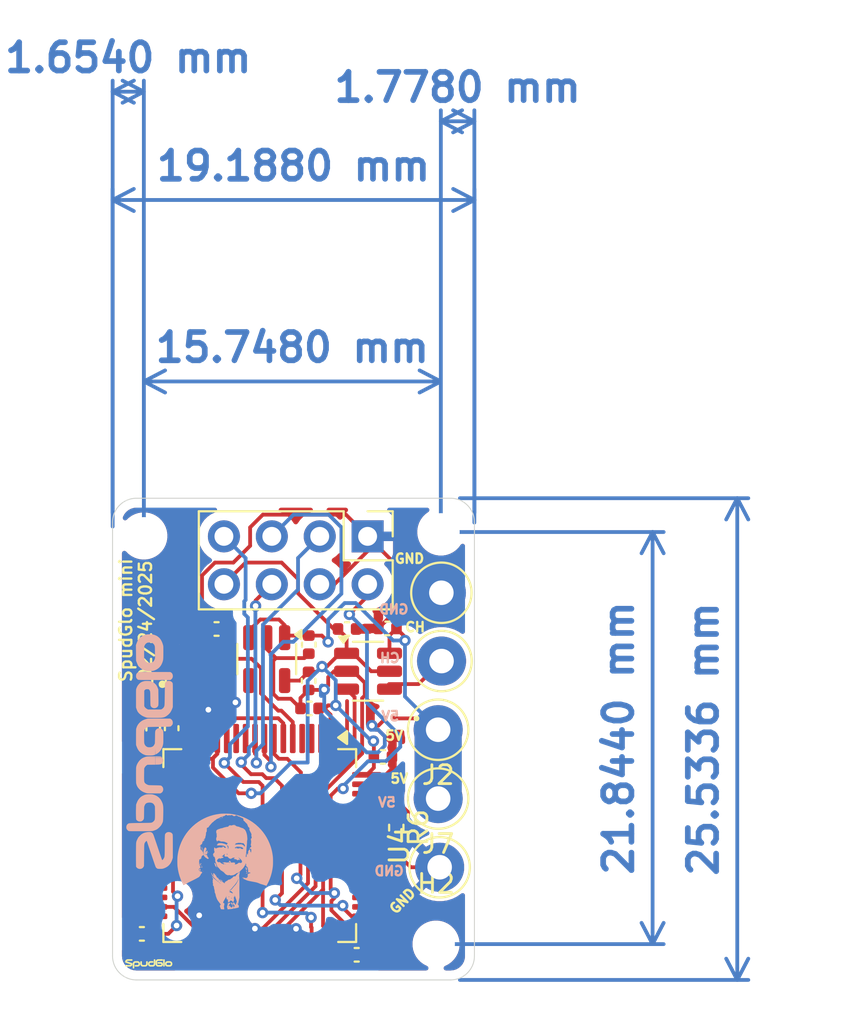
<source format=kicad_pcb>
(kicad_pcb (version 20240108) (generator "pcbnew") (generator_version "8.0")
  (layers (0 "F.Cu" signal) (31 "B.Cu" signal) (34 "B.Paste" user) (35 "F.Paste" user) (36 "B.SilkS" user "B.Silkscreen") (37 "F.SilkS" user "F.Silkscreen") (38 "B.Mask" user) (39 "F.Mask" user) (44 "Edge.Cuts" user))
  (net 0 "")
  (net 1 "GND")
  (net 2 "/OSC48_LO")
  (net 3 "/OSC48_HI")
  (net 5 "+3V3")
  (net 6 "NRST")
  (net 7 "/BOOT0")
  (net 8 "/SWCLK")
  (net 9 "/SWDIO")
  (net 11 "XR_TX")
  (net 13 "+5V")
  (net 15 "TIM1_CH1_SHIFT")
  (net 16 "TIM1_CH1")
  (net 54 "XR_RX")
  (footprint "Capacitor_SMD:C_0402_1005Metric" (layer "F.Cu") (at 204.7 63.99)
    (property "Reference" "C15" (hide yes))
    (property "Value" "0.1u")
  )
  (footprint "Capacitor_SMD:C_0402_1005Metric" (layer "F.Cu") (at 195.88 57.21 180)
    (property "Reference" "C23" (hide yes))
    (property "Value" "6p")
  )
  (footprint "Connector_Pin:Pin_D1.3mm_L11.0mm" (layer "F.Cu") (at 207.63 62.55)
    (property "Reference" "J2")
    (property "Value" "Conn_01x01_Male" (hide yes))
  )
  (footprint "Capacitor_SMD:C_0402_1005Metric" (layer "F.Cu") (at 191.92 73.37 180)
    (property "Reference" "C14" (hide yes))
    (property "Value" "0.1u")
  )
  (footprint "Capacitor_SMD:C_0402_1005Metric" (layer "F.Cu") (at 203.31 74.48 180)
    (property "Reference" "C11" (hide yes))
    (property "Value" "0.1u")
  )
  (footprint "Capacitor_SMD:C_0402_1005Metric" (layer "F.Cu") (at 193.5 62.47 90)
    (property "Reference" "C16" (hide yes))
    (property "Value" "0.1u")
  )
  (footprint "Capacitor_SMD:C_0402_1005Metric" (layer "F.Cu") (at 192.52 62.48 90)
    (property "Reference" "C17" (hide yes))
    (property "Value" "4.7u")
  )
  (footprint "Connector_Pin:Pin_D1.3mm_L11.0mm" (layer "F.Cu") (at 207.71 69.84)
    (property "Reference" "J1" (hide yes))
    (property "Value" "Conn_01x01_Male" (hide yes))
  )
  (footprint "Capacitor_SMD:C_0402_1005Metric" (layer "F.Cu") (at 200.81 61.42 180)
    (property "Reference" "C12" (hide yes))
    (property "Value" "0.1u")
  )
  (footprint "Package_QFP:LQFP-64_10x10mm_P0.5mm" (layer "F.Cu") (at 198.17 68.69 -90)
    (property "Reference" "U4")
    (property "Value" "STM32L431RCTx")
  )
  (footprint "Connector_Pin:Pin_D1.3mm_L11.0mm" (layer "F.Cu") (at 207.81 58.91)
    (property "Reference" "J4" (hide yes))
    (property "Value" "Conn_01x01_Male" (hide yes))
  )
  (footprint "Capacitor_SMD:C_0402_1005Metric" (layer "F.Cu") (at 191.95 64.02 180)
    (property "Reference" "C13" (hide yes))
    (property "Value" "0.1u")
  )
  (footprint "Capacitor_SMD:C_0402_1005Metric" (layer "F.Cu") (at 200.76 59.96 -90)
    (property "Reference" "C10" (hide yes))
    (property "Value" "1u")
  )
  (footprint "Connector_Pin:Pin_D1.3mm_L11.0mm" (layer "F.Cu") (at 207.63 66.2)
    (property "Reference" "J7")
    (property "Value" "Conn_01x01_Male" (hide yes))
  )
  (footprint "MountingHole:MountingHole_2mm" (layer "F.Cu") (at 207.772 52.07)
    (property "Reference" "H1" (hide yes))
    (property "Value" "MountingHole" (hide yes))
  )
  (footprint "Capacitor_SMD:C_0402_1005Metric" (layer "F.Cu") (at 202.8 57.21)
    (property "Reference" "C24" (hide yes))
    (property "Value" "0.1u")
  )
  (footprint "Connector_Pin:Pin_D1.3mm_L11.0mm" (layer "F.Cu") (at 207.8 55.29)
    (property "Reference" "J5" (hide yes))
    (property "Value" "Conn_01x01_Male" (hide yes))
  )
  (footprint "srw_custom:PESD5V0C1BSFYL_NEX" (layer "F.Cu") (at 205.0468 61.95 180)
    (property "Reference" "CR2" (hide yes))
    (property "Value" "PESD5V0C1BSFYL" (hide yes))
  )
  (footprint "MountingHole:MountingHole_2mm" (layer "F.Cu") (at 192.024 52.28)
    (property "Reference" "H3" (hide yes))
    (property "Value" "MountingHole")
  )
  (footprint "Capacitor_SMD:C_0402_1005Metric" (layer "F.Cu") (at 200.77 58.04 -90)
    (property "Reference" "C9" (hide yes))
    (property "Value" "1u")
  )
  (footprint "Connector_PinHeader_2.54mm:PinHeader_2x04_P2.54mm_Vertical" (layer "F.Cu") (at 203.89 52.3 -90)
    (property "Reference" "J3" (hide yes))
    (property "Value" "Conn_01x08_Male" (hide yes))
  )
  (footprint "srw_custom:XTAL_ECS-480-8-36-RWN-TR" (layer "F.Cu") (at 195.06 59.44)
    (property "Reference" "U5" (hide yes))
    (property "Value" "ECS-480-8-36-RWN-TR")
  )
  (footprint "Resistor_SMD:R_0402_1005Metric" (layer "F.Cu") (at 205.41 67.74 -90)
    (property "Reference" "R6")
    (property "Value" "10k")
  )
  (footprint "Package_TO_SOT_SMD:SOT-23-5" (layer "F.Cu") (at 198.540001 58.8075 -90)
    (property "Reference" "U3" (hide yes))
    (property "Value" "LP5907MFX-3.3")
  )
  (footprint "Capacitor_SMD:C_0402_1005Metric" (layer "F.Cu") (at 204.94 57.18 180)
    (property "Reference" "C25" (hide yes))
    (property "Value" "0.1u")
  )
  (footprint "Capacitor_SMD:C_0402_1005Metric" (layer "F.Cu") (at 192.83 59.92 90)
    (property "Reference" "C20" (hide yes))
    (property "Value" "6p")
  )
  (footprint "Package_TO_SOT_SMD:SOT-23-6" (layer "F.Cu") (at 203.9125 59.45)
    (property "Reference" "U7" (hide yes))
    (property "Value" "SN74LVC1T45DBV")
  )
  (footprint "LOGO" (layer "F.Cu") (at 192.278 74.93)
    (property "Reference" "G***" (hide yes))
    (property "Value" "LOGO" (hide yes))
  )
  (footprint "MountingHole:MountingHole_2mm" (layer "F.Cu") (at 207.518 73.914)
    (property "Reference" "H2")
    (property "Value" "MountingHole" (hide yes))
  )
  (footprint "LOGO" (layer "B.Cu") (at 192.49 63.78 90)
    (property "Reference" "G***" (hide yes))
    (property "Value" "LOGO" (hide yes))
  )
  (footprint "LOGO" (layer "B.Cu") (at 196.34 69.53 180)
    (property "Reference" "G***" (hide yes))
    (property "Value" "LOGO" (hide yes))
  )
  (gr_line (start 208.279242 50.278515) (end 191.629242 50.278515) (stroke (width 0.05)) (layer "Edge.Cuts"))
  (gr_arc (start 208.28359 50.278541) (mid 209.179379 50.64825) (end 209.553616 51.542157) (stroke (width 0.05)) (layer "Edge.Cuts"))
  (gr_arc (start 190.365626 51.548541) (mid 190.735335 50.652752) (end 191.629242 50.278515) (stroke (width 0.05)) (layer "Edge.Cuts"))
  (gr_arc (start 209.553616 74.542157) (mid 209.184833 75.438858) (end 208.29 75.812157) (stroke (width 0.05)) (layer "Edge.Cuts"))
  (gr_line (start 191.635626 75.812157) (end 208.29 75.812157) (stroke (width 0.05)) (layer "Edge.Cuts"))
  (gr_line (start 190.365626 74.548541) (end 190.365626 51.548541) (stroke (width 0.05)) (layer "Edge.Cuts"))
  (gr_arc (start 191.635626 75.812157) (mid 190.738923 75.443375) (end 190.365626 74.548541) (stroke (width 0.05)) (layer "Edge.Cuts"))
  (gr_line (start 209.553616 74.542157) (end 209.553616 51.542157) (stroke (width 0.05)) (layer "Edge.Cuts"))
  (gr_text "GND" (at 205.28 56.17 0) (layer "B.SilkS") (effects (font (size 0.5 0.5) (thickness 0.125)) (justify mirror)))
  (gr_text "5V" (at 205.09 61.83 0) (layer "B.SilkS") (effects (font (size 0.5 0.5) (thickness 0.125)) (justify mirror)))
  (gr_text "CH" (at 205.07 58.75 0) (layer "B.SilkS") (effects (font (size 0.5 0.5) (thickness 0.125)) (justify mirror)))
  (gr_text "GND" (at 205.03 70.04 0) (layer "B.SilkS") (effects (font (size 0.5 0.5) (thickness 0.125)) (justify mirror)))
  (gr_text "5V" (at 204.91 66.4 0) (layer "B.SilkS") (effects (font (size 0.5 0.5) (thickness 0.125)) (justify mirror)))
  (gr_text "5V" (at 205.3 62.86 0) (layer "F.SilkS") (effects (font (size 0.5 0.5) (thickness 0.125))))
  (gr_text "CH" (at 206.41 57.11 0) (layer "F.SilkS") (effects (font (size 0.5 0.5) (thickness 0.125))))
  (gr_text "GND" (at 206.11 53.48 0) (layer "F.SilkS") (effects (font (size 0.5 0.5) (thickness 0.125))))
  (gr_text "5V" (at 205.57 65.14 0) (layer "F.SilkS") (effects (font (size 0.5 0.5) (thickness 0.125))))
  (gr_text "GND" (at 205.74 71.628 45) (layer "F.SilkS") (effects (font (size 0.5 0.5) (thickness 0.125))))
  (gr_text "SpudGlo mini\n02/24/2025" (at 191.59 56.75 90) (layer "F.SilkS") (effects (font (size 0.65 0.65) (thickness 0.125))))
  (dimension (type aligned) (layer "B.Cu") (pts (xy 207.772 52.07) (xy 209.55 52.07)) (height -21.77) (gr_text "1.7780 mm" (at 208.661 28.5 0) (layer "B.Cu") (effects (font (size 1.5 1.5) (thickness 0.3)))) (format (prefix "") (suffix "") (units 3) (units_format 1) (precision 4)) (style (thickness 0.2) (arrow_length 1.27) (text_position_mode 0) (extension_height 0.58642) (extension_offset 0.5) keep_text_aligned))
  (dimension (type aligned) (layer "B.Cu") (pts (xy 192.024 52.28) (xy 207.772 52.28)) (height -8.19) (gr_text "15.7480 mm" (at 199.898 42.29 0) (layer "B.Cu") (effects (font (size 1.5 1.5) (thickness 0.3)))) (format (prefix "") (suffix "") (units 3) (units_format 1) (precision 4)) (style (thickness 0.2) (arrow_length 1.27) (text_position_mode 0) (extension_height 0.58642) (extension_offset 0.5) keep_text_aligned))
  (dimension (type aligned) (layer "B.Cu") (pts (xy 192.024 52.28) (xy 190.37 52.28)) (height 23.55) (gr_text "1.6540 mm" (at 191.197 26.93 0) (layer "B.Cu") (effects (font (size 1.5 1.5) (thickness 0.3)))) (format (prefix "") (suffix "") (units 3) (units_format 1) (precision 4)) (style (thickness 0.2) (arrow_length 1.27) (text_position_mode 0) (extension_height 0.58642) (extension_offset 0.5) keep_text_aligned))
  (dimension (type aligned) (layer "B.Cu") (pts (xy 208.28359 50.278541) (xy 208.28359 75.812157)) (height -15.20641) (gr_text "25.5336 mm" (at 221.69 63.045349 90) (layer "B.Cu") (effects (font (size 1.5 1.5) (thickness 0.3)))) (format (prefix "") (suffix "") (units 3) (units_format 1) (precision 4)) (style (thickness 0.2) (arrow_length 1.27) (text_position_mode 0) (extension_height 0.58642) (extension_offset 0.5) keep_text_aligned))
  (dimension (type aligned) (layer "B.Cu") (pts (xy 190.365626 51.548541) (xy 209.553616 51.548541)) (height -17.078541) (gr_text "19.1880 mm" (at 199.959621 32.67 0) (layer "B.Cu") (effects (font (size 1.5 1.5) (thickness 0.3)))) (format (prefix "") (suffix "") (units 3) (units_format 1) (precision 4)) (style (thickness 0.2) (arrow_length 1.27) (text_position_mode 0) (extension_height 0.58642) (extension_offset 0.5) keep_text_aligned))
  (dimension (type aligned) (layer "B.Cu") (pts (xy 207.772 52.07) (xy 207.772 73.914)) (height -11.228) (gr_text "21.8440 mm" (at 217.2 62.992 90) (layer "B.Cu") (effects (font (size 1.5 1.5) (thickness 0.3)))) (format (prefix "") (suffix "") (units 3) (units_format 1) (precision 4)) (style (thickness 0.2) (arrow_length 1.27) (text_position_mode 0) (extension_height 0.58642) (extension_offset 0.5) keep_text_aligned))
  (segment (start 205.41 69.07) (end 206.18 69.84) (width 0.2) (layer "F.Cu") (net 1))
  (segment (start 206.03 66.911076) (end 205.778924 66.66) (width 0.2) (layer "F.Cu") (net 1))
  (segment (start 200.095937 73.098829) (end 199.444447 73.098829) (width 0.2) (layer "F.Cu") (net 1))
  (segment (start 192.22 60.05) (end 192.83 59.44) (width 0.2) (layer "F.Cu") (net 1))
  (segment (start 198.321903 73.090001) (end 199.860952 71.550952) (width 0.2) (layer "F.Cu") (net 1))
  (segment (start 197.912538 73.090001) (end 195.59 73.090001) (width 0.2) (layer "F.Cu") (net 1))
  (segment (start 196.12241 61.91) (end 193.58 61.91) (width 0.2) (layer "F.Cu") (net 1))
  (segment (start 191.42 73.35) (end 191.42 72.207589) (width 0.2) (layer "F.Cu") (net 1))
  (segment (start 197.912538 73.090001) (end 198.321903 73.090001) (width 0.2) (layer "F.Cu") (net 1))
  (segment (start 206.03 67.63) (end 206.03 66.911076) (width 0.2) (layer "F.Cu") (net 1))
  (segment (start 201.57 60.44) (end 201.59 60.42) (width 0.2) (layer "F.Cu") (net 1))
  (segment (start 204.115581 62.327737) (end 204.337844 62.55) (width 0.2) (layer "F.Cu") (net 1))
  (segment (start 191.921525 62) (end 192.52 62) (width 0.2) (layer "F.Cu") (net 1))
  (segment (start 195.4 57.6) (end 195.4 57.21) (width 0.2) (layer "F.Cu") (net 1))
  (segment (start 195.59 73.090001) (end 195.59 73.02) (width 0.2) (layer "F.Cu") (net 1))
  (segment (start 204.465863 62.327737) (end 204.8436 61.95) (width 0.2) (layer "F.Cu") (net 1))
  (segment (start 196.42 62.20759) (end 196.176205 61.963795) (width 0.2) (layer "F.Cu") (net 1))
  (segment (start 204.92 66.04) (end 204.92 65.70759) (width 0.2) (layer "F.Cu") (net 1))
  (segment (start 199.860952 71.550952) (end 200.660952 70.750952) (width 0.2) (layer "F.Cu") (net 1))
  (segment (start 196.42 63.015) (end 196.42 62.20759) (width 0.2) (layer "F.Cu") (net 1))
  (segment (start 194.21 58.79) (end 195.4 57.6) (width 0.2) (layer "F.Cu") (net 1))
  (segment (start 193.62 71.94) (end 192.495 71.94) (width 0.2) (layer "F.Cu") (net 1))
  (segment (start 202.775 59.45) (end 202.112501 59.45) (width 0.2) (layer "F.Cu") (net 1))
  (segment (start 206.35 55.29) (end 207.8 55.29) (width 0.2) (layer "F.Cu") (net 1))
  (segment (start 200.73 65.55) (end 200.73 65.548628) (width 0.2) (layer "F.Cu") (net 1))
  (segment (start 204.92 65.172411) (end 204.92 64.87) (width 0.2) (layer "F.Cu") (net 1))
  (segment (start 202.062409 73.2) (end 201.777589 73.2) (width 0.2) (layer "F.Cu") (net 1))
  (segment (start 199.026218 58.753733) (end 198.540001 58.267516) (width 0.2) (layer "F.Cu") (net 1))
  (segment (start 196.176205 61.963795) (end 196.12241 61.91) (width 0.2) (layer "F.Cu") (net 1))
  (segment (start 195.445001 61.49) (end 195.70241 61.49) (width 0.2) (layer "F.Cu") (net 1))
  (segment (start 198.89 60.648052) (end 198.89 58.889951) (width 0.2) (layer "F.Cu") (net 1))
  (segment (start 191.28 64.21) (end 191.47 64.02) (width 0.2) (layer "F.Cu") (net 1))
  (segment (start 191.230717 63.372101) (end 191.230717 62.690808) (width 0.2) (layer "F.Cu") (net 1))
  (segment (start 203.89 53.08) (end 202.13 54.84) (width 0.2) (layer "F.Cu") (net 1))
  (segment (start 201.8 60.21) (end 201.59 60.42) (width 0.2) (layer "F.Cu") (net 1))
  (segment (start 195.793654 53.69) (end 195.11 54.373654) (width 0.2) (layer "F.Cu") (net 1))
  (segment (start 203.599315 60.878737) (end 203.7375 60.740552) (width 0.2) (layer "F.Cu") (net 1))
  (segment (start 205.54 66.66) (end 204.92 66.04) (width 0.2) (layer "F.Cu") (net 1))
  (segment (start 203.7375 60.059448) (end 203.128052 59.45) (width 0.2) (layer "F.Cu") (net 1))
  (segment (start 202.51 63.758629) (end 202.799315 63.469314) (width 0.2) (layer "F.Cu") (net 1))
  (segment (start 200.76 60.44) (end 201.57 60.44) (width 0.2) (layer "F.Cu") (net 1))
  (segment (start 192.52 62) (end 192.22 61.7) (width 0.2) (layer "F.Cu") (net 1))
  (segment (start 203.599315 63.810685) (end 203.599315 60.878737) (width 0.2) (layer "F.Cu") (net 1))
  (segment (start 202.799315 63.469314) (end 202.799315 63.1) (width 0.2) (layer "F.Cu") (net 1))
  (segment (start 198.333655 51.15) (end 197.660001 51.823654) (width 0.2) (layer "F.Cu") (net 1))
  (segment (start 191.47 63.611384) (end 191.230717 63.372101) (width 0.2) (layer "F.Cu") (net 1))
  (segment (start 199.8175 60.9075) (end 199.149448 60.9075) (width 0.2) (layer "F.Cu") (net 1))
  (segment (start 201.8 60.19) (end 201.8 60.21) (width 0.2) (layer "F.Cu") (net 1))
  (segment (start 205.778924 66.66) (end 205.54 66.66) (width 0.2) (layer "F.Cu") (net 1))
  (segment (start 195.11 56.92) (end 195.4 57.21) (width 0.2) (layer "F.Cu") (net 1))
  (segment (start 192.495 65.44) (end 191.687589 65.44) (width 0.2) (layer "F.Cu") (net 1))
  (segment (start 195.59 73.02) (end 194.96 72.39) (width 0.2) (layer "F.Cu") (net 1))
  (segment (start 200.536267 58.753733) (end 200.77 58.52) (width 0.2) (layer "F.Cu") (net 1))
  (segment (start 205.18 64.61) (end 205.18 63.99) (width 0.2) (layer "F.Cu") (net 1))
  (segment (start 203.89 52.3) (end 203.89 53.08) (width 0.2) (layer "F.Cu") (net 1))
  (segment (start 202.13 54.84) (end 201.35 54.84) (width 0.2) (layer "F.Cu") (net 1))
  (segment (start 193.48 58.79) (end 192.83 59.44) (width 0.2) (layer "F.Cu") (net 1))
  (segment (start 200.33 61.42) (end 200.33 60.87) (width 0.2) (layer "F.Cu") (net 1))
  (segment (start 191.230717 62.690808) (end 191.921525 62) (width 0.2) (layer "F.Cu") (net 1))
  (segment (start 198.89 58.889951) (end 199.026218 58.753733) (width 0.2) (layer "F.Cu") (net 1))
  (segment (start 200.73 70.681904) (end 200.73 65.55) (width 0.2) (layer "F.Cu") (net 1))
  (segment (start 196.77 53.69) (end 195.793654 53.69) (width 0.2) (layer "F.Cu") (net 1))
  (segment (start 204.337844 62.55) (end 204.447844 62.55) (width 0.2) (layer "F.Cu") (net 1))
  (segment (start 191.687589 65.44) (end 191.28 65.032411) (width 0.2) (layer "F.Cu") (net 1))
  (segment (start 200.964315 65.314314) (end 202.51 63.768629) (width 0.2) (layer "F.Cu") (net 1))
  (segment (start 201.42 73.557589) (end 201.42 74.365) (width 0.2) (layer "F.Cu") (net 1))
  (segment (start 191.28 65.032411) (end 191.28 64.21) (width 0.2) (layer "F.Cu") (net 1))
  (segment (start 201.527494 71.015782) (end 201.53 71.013276) (width 0.2) (layer "F.Cu") (net 1))
  (segment (start 201.8 59.762501) (end 201.8 60.19) (width 0.2) (layer "F.Cu") (net 1))
  (segment (start 204.92 64.87) (end 205.18 64.61) (width 0.2) (layer "F.Cu") (net 1))
  (segment (start 206.18 69.84) (end 207.71 69.84) (width 0.2) (layer "F.Cu") (net 1))
  (segment (start 201.53 71.013276) (end 201.53 65.88) (width 0.2) (layer "F.Cu") (net 1))
  (segment (start 200.33 61.42) (end 199.8175 60.9075) (width 0.2) (layer "F.Cu") (net 1))
  (segment (start 202.83 74.48) (end 202.83 73.967591) (width 0.2) (layer "F.Cu") (net 1))
  (segment (start 191.42 72.207589) (end 191.687589 71.94) (width 0.2) (layer "F.Cu") (net 1))
  (segment (start 195.11 54.373654) (end 195.11 56.92) (width 0.2) (layer "F.Cu") (net 1))
  (segment (start 205.41 68.25) (end 206.03 67.63) (width 0.2) (layer "F.Cu") (net 1))
  (segment (start 200.33 60.87) (end 200.76 60.44) (width 0.2) (layer "F.Cu") (net 1))
  (segment (start 199.444447 73.098829) (end 199.301638 73.241638) (width 0.2) (layer "F.Cu") (net 1))
  (segment (start 200.660952 70.750952) (end 200.73 70.681904) (width 0.2) (layer "F.Cu") (net 1))
  (segment (start 206.35 54.76) (end 203.89 52.3) (width 0.2) (layer "F.Cu") (net 1))
  (segment (start 202.74 51.15) (end 198.333655 51.15) (width 0.2) (layer "F.Cu") (net 1))
  (segment (start 201.527494 72.949905) (end 201.527494 71.015782) (width 0.2) (layer "F.Cu") (net 1))
  (segment (start 204.46 57.18) (end 206.35 55.29) (width 0.2) (layer "F.Cu") (net 1))
  (segment (start 202.83 73.967591) (end 202.062409 73.2) (width 0.2) (layer "F.Cu") (net 1))
  (segment (start 206.35 55.29) (end 206.35 54.76) (width 0.2) (layer "F.Cu") (net 1))
  (segment (start 194.770001 73.090001) (end 193.62 71.94) (width 0.2) (layer "F.Cu") (net 1))
  (segment (start 198.540001 58.267516) (end 198.540001 57.67) (width 0.2) (layer "F.Cu") (net 1))
  (segment (start 191.47 63.611384) (end 191.47 64.02) (width 0.2) (layer "F.Cu") (net 1))
  (segment (start 201.777589 73.2) (end 201.527494 72.949905) (width 0.2) (layer "F.Cu") (net 1))
  (segment (start 197.660001 52.799999) (end 196.77 53.69) (width 0.2) (layer "F.Cu") (net 1))
  (segment (start 201.777589 73.2) (end 201.42 73.557589) (width 0.2) (layer "F.Cu") (net 1))
  (segment (start 205.41 68.25) (end 205.41 69.07) (width 0.2) (layer "F.Cu") (net 1))
  (segment (start 195.59 73.090001) (end 194.770001 73.090001) (width 0.2) (layer "F.Cu") (net 1))
  (segment (start 192.52 62) (end 193.49 62) (width 0.2) (layer "F.Cu") (net 1))
  (segment (start 204.652411 65.44) (end 204.92 65.172411) (width 0.2) (layer "F.Cu") (net 1))
  (segment (start 196.879265 61.059265) (end 195.91 60.09) (width 0.2) (layer "F.Cu") (net 1))
  (segment (start 202.799315 63.1) (end 202.799315 61.03) (width 0.2) (layer "F.Cu") (net 1))
  (segment (start 203.7375 60.740552) (end 203.7375 60.059448) (width 0.2) (layer "F.Cu") (net 1))
  (segment (start 203.28 57.21) (end 204.43 57.21) (width 0.2) (layer "F.Cu") (net 1))
  (segment (start 204.447844 62.55) (end 205.18 63.282156) (width 0.2) (layer "F.Cu") (net 1))
  (segment (start 195.70241 61.49) (end 196.176205 61.963795) (width 0.2) (layer "F.Cu") (net 1))
  (segment (start 204.92 65.70759) (end 204.65241 65.44) (width 0.2) (layer "F.Cu") (net 1))
  (segment (start 199.026218 58.753733) (end 200.536267 58.753733) (width 0.2) (layer "F.Cu") (net 1))
  (segment (start 199.149448 60.9075) (end 198.89 60.648052) (width 0.2) (layer "F.Cu") (net 1))
  (segment (start 196.879265 61.100735) (end 196.879265 61.059265) (width 0.2) (layer "F.Cu") (net 1))
  (segment (start 197.660001 51.823654) (end 197.660001 52.799999) (width 0.2) (layer "F.Cu") (net 1))
  (segment (start 204.115581 62.327737) (end 204.465863 62.327737) (width 0.2) (layer "F.Cu") (net 1))
  (segment (start 203.89 52.3) (end 202.74 51.15) (width 0.2) (layer "F.Cu") (net 1))
  (segment (start 192.22 61.7) (end 192.22 60.05) (width 0.2) (layer "F.Cu") (net 1))
  (segment (start 194.21 58.79) (end 193.48 58.79) (width 0.2) (layer "F.Cu") (net 1))
  (segment (start 202.112501 59.45) (end 201.8 59.762501) (width 0.2) (layer "F.Cu") (net 1))
  (segment (start 202.51 63.768629) (end 202.51 63.758629) (width 0.2) (layer "F.Cu") (net 1))
  (segment (start 203.845 65.44) (end 204.652411 65.44) (width 0.2) (layer "F.Cu") (net 1))
  (segment (start 191.687589 71.94) (end 192.495 71.94) (width 0.2) (layer "F.Cu") (net 1))
  (segment (start 200.73 65.548628) (end 200.964315 65.314314) (width 0.2) (layer "F.Cu") (net 1))
  (segment (start 201.53 65.88) (end 203.599315 63.810685) (width 0.2) (layer "F.Cu") (net 1))
  (segment (start 204.65241 65.44) (end 203.845 65.44) (width 0.2) (layer "F.Cu") (net 1))
  (segment (start 199.301638 73.241638) (end 201.53 71.013276) (width 0.2) (layer "F.Cu") (net 1))
  (segment (start 205.18 63.282156) (end 205.18 63.99) (width 0.2) (layer "F.Cu") (net 1))
  (via (at 194.96 72.39) (size 0.6) (drill 0.3) (layers "F.Cu" "B.Cu") (net 1))
  (via (at 196.879265 61.100735) (size 0.6) (drill 0.3) (layers "F.Cu" "B.Cu") (net 1))
  (via (at 195.445001 61.49) (size 0.6) (drill 0.3) (layers "F.Cu" "B.Cu") (net 1))
  (via (at 200.095937 73.098829) (size 0.6) (drill 0.3) (layers "F.Cu" "B.Cu") (net 1))
  (via (at 204.115581 62.327737) (size 0.6) (drill 0.3) (layers "F.Cu" "B.Cu") (net 1))
  (via (at 197.912538 73.090001) (size 0.6) (drill 0.3) (layers "F.Cu" "B.Cu") (net 1))
  (via (at 201.59 60.42) (size 0.6) (drill 0.3) (layers "F.Cu" "B.Cu") (net 1))
  (segment (start 195.445001 64.31353) (end 194.96 64.798531) (width 0.2) (layer "B.Cu") (net 1))
  (segment (start 204.055001 62.55) (end 204.447844 62.55) (width 0.2) (layer "B.Cu") (net 1))
  (segment (start 197.921366 73.098829) (end 197.912538 73.090001) (width 0.2) (layer "B.Cu") (net 1))
  (segment (start 204.447844 62.55) (end 204.799315 62.901471) (width 0.2) (layer "B.Cu") (net 1))
  (segment (start 200.095937 73.098829) (end 197.921366 73.098829) (width 0.2) (layer "B.Cu") (net 1))
  (segment (start 201.59 61.499214) (end 201.59 60.42) (width 0.2) (layer "B.Cu") (net 1))
  (segment (start 204.799315 63.398529) (end 204.447844 63.75) (width 0.2) (layer "B.Cu") (net 1))
  (segment (start 204.115581 62.327737) (end 204.055001 62.388317) (width 0.2) (layer "B.Cu") (net 1))
  (segment (start 195.445001 61.49) (end 195.445001 64.31353) (width 0.2) (layer "B.Cu") (net 1))
  (segment (start 195.445001 61.49) (end 195.834266 61.100735) (width 0.2) (layer "B.Cu") (net 1))
  (segment (start 200.197108 73.2) (end 200.095937 73.098829) (width 0.2) (layer "B.Cu") (net 1))
  (segment (start 204.055001 62.388317) (end 204.055001 62.55) (width 0.2) (layer "B.Cu") (net 1))
  (segment (start 195.834266 61.100735) (end 196.879265 61.100735) (width 0.2) (layer "B.Cu") (net 1))
  (segment (start 204.799315 62.901471) (end 204.799315 63.398529) (width 0.2) (layer "B.Cu") (net 1))
  (segment (start 194.96 64.798531) (end 194.96 72.39) (width 0.2) (layer "B.Cu") (net 1))
  (segment (start 204.447844 63.75) (end 203.840786 63.75) (width 0.2) (layer "B.Cu") (net 1))
  (segment (start 203.840786 63.75) (end 201.59 61.499214) (width 0.2) (layer "B.Cu") (net 1))
  (segment (start 195.88 60.89) (end 195.01 60.89) (width 0.2) (layer "F.Cu") (net 2))
  (segment (start 193.14 60.09) (end 192.83 60.4) (width 0.2) (layer "F.Cu") (net 2))
  (segment (start 196.279265 61.349264) (end 196.279265 61.289265) (width 0.2) (layer "F.Cu") (net 2))
  (segment (start 196.279265 61.289265) (end 195.88 60.89) (width 0.2) (layer "F.Cu") (net 2))
  (segment (start 194.21 60.09) (end 193.14 60.09) (width 0.2) (layer "F.Cu") (net 2))
  (segment (start 199.419999 62.207589) (end 199.15241 61.94) (width 0.2) (layer "F.Cu") (net 2))
  (segment (start 196.870001 61.94) (end 196.279265 61.349264) (width 0.2) (layer "F.Cu") (net 2))
  (segment (start 199.15241 61.94) (end 196.870001 61.94) (width 0.2) (layer "F.Cu") (net 2))
  (segment (start 199.419999 63.015) (end 199.419999 62.207589) (width 0.2) (layer "F.Cu") (net 2))
  (segment (start 195.01 60.89) (end 194.21 60.09) (width 0.2) (layer "F.Cu") (net 2))
  (segment (start 199.92 63.015) (end 199.92 62.141904) (width 0.2) (layer "F.Cu") (net 3))
  (segment (start 197.738054 58.79) (end 195.91 58.79) (width 0.2) (layer "F.Cu") (net 3))
  (segment (start 198.235488 59.287434) (end 197.738054 58.79) (width 0.2) (layer "F.Cu") (net 3))
  (segment (start 195.91 57.66) (end 196.36 57.21) (width 0.2) (layer "F.Cu") (net 3))
  (segment (start 198.235488 60.625488) (end 198.235488 59.287434) (width 0.2) (layer "F.Cu") (net 3))
  (segment (start 199.15 61.54) (end 198.235488 60.625488) (width 0.2) (layer "F.Cu") (net 3))
  (segment (start 199.92 62.141904) (end 199.318096 61.54) (width 0.2) (layer "F.Cu") (net 3))
  (segment (start 195.91 58.79) (end 195.91 57.66) (width 0.2) (layer "F.Cu") (net 3))
  (segment (start 199.318096 61.54) (end 199.15 61.54) (width 0.2) (layer "F.Cu") (net 3))
  (segment (start 193.57 66.20759) (end 193.30241 65.94) (width 0.2) (layer "F.Cu") (net 5))
  (segment (start 193.57 71.130211) (end 193.57 66.20759) (width 0.2) (layer "F.Cu") (net 5))
  (segment (start 192.4 72.534999) (end 192.495 72.439999) (width 0.2) (layer "F.Cu") (net 5))
  (segment (start 193.62 64.757591) (end 193.62 65.72241) (width 0.2) (layer "F.Cu") (net 5))
  (segment (start 202.421948 58.5) (end 201.721948 59.2) (width 0.2) (layer "F.Cu") (net 5))
  (segment (start 200.2 54.56) (end 200.2 55.316346) (width 0.2) (layer "F.Cu") (net 5))
  (segment (start 193.5 62.95) (end 192.53 62.95) (width 0.2) (layer "F.Cu") (net 5))
  (segment (start 201.919999 63.015) (end 201.919999 61.749999) (width 0.2) (layer "F.Cu") (net 5))
  (segment (start 193.5 62.95) (end 193.5 63.402409) (width 0.2) (layer "F.Cu") (net 5))
  (segment (start 199.33 53.69) (end 200.2 54.56) (width 0.2) (layer "F.Cu") (net 5))
  (segment (start 204.078052 59.45) (end 203.128052 58.5) (width 0.2) (layer "F.Cu") (net 5))
  (segment (start 196.27 54.84) (end 197.42 53.69) (width 0.2) (layer "F.Cu") (net 5))
  (segment (start 201.79 61.26) (end 201.61 61.44) (width 0.2) (layer "F.Cu") (net 5))
  (segment (start 204.22 63.99) (end 204.22 64.565001) (width 0.2) (layer "F.Cu") (net 5))
  (segment (start 192.882409 64.02) (end 193.62 64.757591) (width 0.2) (layer "F.Cu") (net 5))
  (segment (start 200.2 55.316346) (end 202.093654 57.21) (width 0.2) (layer "F.Cu") (net 5))
  (segment (start 192.43 64.02) (end 192.882409 64.02) (width 0.2) (layer "F.Cu") (net 5))
  (segment (start 204.22 63.170685) (end 204.22 63.99) (width 0.2) (layer "F.Cu") (net 5))
  (segment (start 199.49 59.945) (end 200.295 59.945) (width 0.2) (layer "F.Cu") (net 5))
  (segment (start 202.199315 61.26) (end 201.79 61.26) (width 0.2) (layer "F.Cu") (net 5))
  (segment (start 193.62 65.72241) (end 193.40241 65.94) (width 0.2) (layer "F.Cu") (net 5))
  (segment (start 193.811002 71.371213) (end 193.57 71.130211) (width 0.2) (layer "F.Cu") (net 5))
  (segment (start 205.05 59.45) (end 204.078052 59.45) (width 0.2) (layer "F.Cu") (net 5))
  (segment (start 202.775 57.665) (end 202.32 57.21) (width 0.2) (layer "F.Cu") (net 5))
  (segment (start 194.187591 64.09) (end 195.65241 64.09) (width 0.2) (layer "F.Cu") (net 5))
  (segment (start 193.32 73.37) (end 192.4 73.37) (width 0.2) (layer "F.Cu") (net 5))
  (segment (start 193.30241 65.94) (end 192.495 65.94) (width 0.2) (layer "F.Cu") (net 5))
  (segment (start 201.919999 61.749999) (end 201.61 61.44) (width 0.2) (layer "F.Cu") (net 5))
  (segment (start 200.295 59.945) (end 200.76 59.48) (width 0.2) (layer "F.Cu") (net 5))
  (segment (start 193.5 63.402409) (end 194.187591 64.09) (width 0.2) (layer "F.Cu") (net 5))
  (segment (start 195.65241 64.09) (end 195.92 63.82241) (width 0.2) (layer "F.Cu") (net 5))
  (segment (start 202.775 58.5) (end 202.775 57.665) (width 0.2) (layer "F.Cu") (net 5))
  (segment (start 195.92 63.82241) (end 195.92 63.015) (width 0.2) (layer "F.Cu") (net 5))
  (segment (start 192.4 73.37) (end 192.4 72.534999) (width 0.2) (layer "F.Cu") (net 5))
  (segment (start 202.093654 57.21) (end 202.32 57.21) (width 0.2) (layer "F.Cu") (net 5))
  (segment (start 195.92 63.831471) (end 195.92 63.015) (width 0.2) (layer "F.Cu") (net 5))
  (segment (start 197.719732 65.92) (end 197.051471 65.92) (width 0.2) (layer "F.Cu") (net 5))
  (segment (start 201.721948 59.2) (end 201.47 59.2) (width 0.2) (layer "F.Cu") (net 5))
  (segment (start 197.42 53.69) (end 199.33 53.69) (width 0.2) (layer "F.Cu") (net 5))
  (segment (start 201.19 59.48) (end 200.76 59.48) (width 0.2) (layer "F.Cu") (net 5))
  (segment (start 193.760735 72.929265) (end 193.32 73.37) (width 0.2) (layer "F.Cu") (net 5))
  (segment (start 197.051471 65.92) (end 195.69 64.558529) (width 0.2) (layer "F.Cu") (net 5))
  (segment (start 204.199315 63.15) (end 204.22 63.170685) (width 0.2) (layer "F.Cu") (net 5))
  (segment (start 195.69 64.558529) (end 195.69 64.061471) (width 0.2) (layer "F.Cu") (net 5))
  (segment (start 204.22 64.565001) (end 203.845 64.940001) (width 0.2) (layer "F.Cu") (net 5))
  (segment (start 193.40241 65.94) (end 192.495 65.94) (width 0.2) (layer "F.Cu") (net 5))
  (segment (start 201.47 59.2) (end 201.19 59.48) (width 0.2) (layer "F.Cu") (net 5))
  (segment (start 192.43 64.02) (end 192.43 63.05) (width 0.2) (layer "F.Cu") (net 5))
  (segment (start 195.69 64.061471) (end 195.92 63.831471) (width 0.2) (layer "F.Cu") (net 5))
  (via (at 202.199315 61.26) (size 0.6) (drill 0.3) (layers "F.Cu" "B.Cu") (net 5))
  (via (at 204.199315 63.15) (size 0.6) (drill 0.3) (layers "F.Cu" "B.Cu") (net 5))
  (via (at 197.719732 65.92) (size 0.6) (drill 0.3) (layers "F.Cu" "B.Cu") (net 5))
  (via (at 201.47 59.2) (size 0.6) (drill 0.3) (layers "F.Cu" "B.Cu") (net 5))
  (via (at 193.811002 71.371213) (size 0.6) (drill 0.3) (layers "F.Cu" "B.Cu") (net 5))
  (via (at 193.760735 72.929265) (size 0.6) (drill 0.3) (layers "F.Cu" "B.Cu") (net 5))
  (segment (start 198.20559 65.92) (end 197.719732 65.92) (width 0.2) (layer "B.Cu") (net 5))
  (segment (start 202.199315 61.26) (end 202.199315 59.929315) (width 0.2) (layer "B.Cu") (net 5))
  (segment (start 200.71 64.29) (end 199.83559 64.29) (width 0.2) (layer "B.Cu") (net 5))
  (segment (start 202.199315 59.929315) (end 201.47 59.2) (width 0.2) (layer "B.Cu") (net 5))
  (segment (start 193.760735 71.42148) (end 193.760735 72.929265) (width 0.2) (layer "B.Cu") (net 5))
  (segment (start 199.83559 64.29) (end 198.20559 65.92) (width 0.2) (layer "B.Cu") (net 5))
  (segment (start 201.47 59.2) (end 200.71 59.96) (width 0.2) (layer "B.Cu") (net 5))
  (segment (start 193.811002 71.371213) (end 193.760735 71.42148) (width 0.2) (layer "B.Cu") (net 5))
  (segment (start 200.71 59.96) (end 200.71 64.29) (width 0.2) (layer "B.Cu") (net 5))
  (segment (start 204.089315 63.15) (end 202.199315 61.26) (width 0.2) (layer "B.Cu") (net 5))
  (segment (start 204.199315 63.15) (end 204.089315 63.15) (width 0.2) (layer "B.Cu") (net 5))
  (segment (start 201.97 72.121232) (end 203.79 73.941232) (width 0.2) (layer "F.Cu") (net 6))
  (segment (start 199.187589 64.09) (end 199.63 64.09) (width 0.2) (layer "F.Cu") (net 6))
  (segment (start 200.33 70.226687) (end 200.13 70.426687) (width 0.2) (layer "F.Cu") (net 6))
  (segment (start 201.93 66.045686) (end 202.307189 65.668497) (width 0.2) (layer "F.Cu") (net 6))
  (segment (start 202.920791 56.435987) (end 203.89 55.466778) (width 0.2) (layer "F.Cu") (net 6))
  (segment (start 198.92 63.015) (end 198.92 63.822411) (width 0.2) (layer "F.Cu") (net 6))
  (segment (start 200.33 65.382943) (end 200.33 70.226687) (width 0.2) (layer "F.Cu") (net 6))
  (segment (start 201.97 71.624174) (end 201.97 72.121232) (width 0.2) (layer "F.Cu") (net 6))
  (segment (start 200.35 65.362943) (end 200.33 65.382943) (width 0.2) (layer "F.Cu") (net 6))
  (segment (start 198.92 63.822411) (end 199.187589 64.09) (width 0.2) (layer "F.Cu") (net 6))
  (segment (start 201.93 71.008731) (end 201.93 66.045686) (width 0.2) (layer "F.Cu") (net 6))
  (segment (start 200.35 64.81) (end 200.35 65.362943) (width 0.2) (layer "F.Cu") (net 6))
  (segment (start 199.63 64.09) (end 200.35 64.81) (width 0.2) (layer "F.Cu") (net 6))
  (segment (start 202.127494 71.206225) (end 202.127494 71.46668) (width 0.2) (layer "F.Cu") (net 6))
  (segment (start 202.307189 65.668497) (end 202.590031 65.668497) (width 0.2) (layer "F.Cu") (net 6))
  (segment (start 203.79 73.941232) (end 203.79 74.48) (width 0.2) (layer "F.Cu") (net 6))
  (segment (start 202.127494 71.46668) (end 201.97 71.624174) (width 0.2) (layer "F.Cu") (net 6))
  (segment (start 202.127494 71.206225) (end 201.93 71.008731) (width 0.2) (layer "F.Cu") (net 6))
  (via (at 202.590031 65.668497) (size 0.6) (drill 0.3) (layers "F.Cu" "B.Cu") (net 6))
  (via (at 202.920791 56.435987) (size 0.6) (drill 0.3) (layers "F.Cu" "B.Cu") (net 6))
  (via (at 200.13 70.426687) (size 0.6) (drill 0.3) (layers "F.Cu" "B.Cu") (net 6))
  (via (at 202.127494 71.206225) (size 0.6) (drill 0.3) (layers "F.Cu" "B.Cu") (net 6))
  (segment (start 203.854711 61.116182) (end 205.62 62.881471) (width 0.2) (layer "B.Cu") (net 6))
  (segment (start 203.91 64.22) (end 202.590031 65.539969) (width 0.2) (layer "B.Cu") (net 6))
  (segment (start 202.127494 71.206225) (end 200.909538 71.206225) (width 0.2) (layer "B.Cu") (net 6))
  (segment (start 205.62 62.881471) (end 205.62 63.46) (width 0.2) (layer "B.Cu") (net 6))
  (segment (start 203.854711 57.369907) (end 203.854711 61.116182) (width 0.2) (layer "B.Cu") (net 6))
  (segment (start 202.920791 56.435987) (end 203.854711 57.369907) (width 0.2) (layer "B.Cu") (net 6))
  (segment (start 205.62 63.46) (end 204.86 64.22) (width 0.2) (layer "B.Cu") (net 6))
  (segment (start 204.86 64.22) (end 203.91 64.22) (width 0.2) (layer "B.Cu") (net 6))
  (segment (start 202.590031 65.539969) (end 202.590031 65.668497) (width 0.2) (layer "B.Cu") (net 6))
  (segment (start 200.909538 71.206225) (end 200.13 70.426687) (width 0.2) (layer "B.Cu") (net 6))
  (segment (start 205.12 66.94) (end 203.845 66.94) (width 0.2) (layer "F.Cu") (net 7))
  (segment (start 205.41 67.23) (end 205.12 66.94) (width 0.2) (layer "F.Cu") (net 7))
  (segment (start 197.95 55.7) (end 198.81 54.84) (width 0.2) (layer "F.Cu") (net 8))
  (segment (start 197.706891 64.906891) (end 197.188129 64.388129) (width 0.2) (layer "F.Cu") (net 8))
  (segment (start 198.944 65.114) (end 198.514532 65.114) (width 0.2) (layer "F.Cu") (net 8))
  (segment (start 197.188129 64.388129) (end 197.188129 64.269091) (width 0.2) (layer "F.Cu") (net 8))
  (segment (start 199.35 71.213374) (end 199.35 65.52) (width 0.2) (layer "F.Cu") (net 8))
  (segment (start 199.35 65.52) (end 198.944 65.114) (width 0.2) (layer "F.Cu") (net 8))
  (segment (start 197.95 55.99) (end 197.95 55.7) (width 0.2) (layer "F.Cu") (net 8))
  (segment (start 198.307423 64.906891) (end 197.706891 64.906891) (width 0.2) (layer "F.Cu") (net 8))
  (segment (start 202.57 71.97241) (end 203.037589 72.439999) (width 0.2) (layer "F.Cu") (net 8))
  (segment (start 202.57 71.872703) (end 202.57 71.97241) (width 0.2) (layer "F.Cu") (net 8))
  (segment (start 198.989866 71.573508) (end 199.35 71.213374) (width 0.2) (layer "F.Cu") (net 8))
  (segment (start 198.514532 65.114) (end 198.307423 64.906891) (width 0.2) (layer "F.Cu") (net 8))
  (segment (start 203.037589 72.439999) (end 203.845 72.439999) (width 0.2) (layer "F.Cu") (net 8))
  (via (at 197.95 55.99) (size 0.6) (drill 0.3) (layers "F.Cu" "B.Cu") (net 8))
  (via (at 198.989866 71.573508) (size 0.6) (drill 0.3) (layers "F.Cu" "B.Cu") (net 8))
  (via (at 197.188129 64.269091) (size 0.6) (drill 0.3) (layers "F.Cu" "B.Cu") (net 8))
  (via (at 202.57 71.872703) (size 0.6) (drill 0.3) (layers "F.Cu" "B.Cu") (net 8))
  (segment (start 197.390334 64.058362) (end 197.590334 63.858362) (width 0.2) (layer "B.Cu") (net 8))
  (segment (start 197.94 63.157375) (end 197.94 56) (width 0.2) (layer "B.Cu") (net 8))
  (segment (start 199.26 71.843642) (end 200.018474 71.843642) (width 0.2) (layer "B.Cu") (net 8))
  (segment (start 200.047535 71.872703) (end 202.57 71.872703) (width 0.2) (layer "B.Cu") (net 8))
  (segment (start 198.989866 71.573508) (end 199.26 71.843642) (width 0.2) (layer "B.Cu") (net 8))
  (segment (start 197.590334 63.507041) (end 197.94 63.157375) (width 0.2) (layer "B.Cu") (net 8))
  (segment (start 200.018474 71.843642) (end 200.047535 71.872703) (width 0.2) (layer "B.Cu") (net 8))
  (segment (start 197.590334 63.858362) (end 197.590334 63.507041) (width 0.2) (layer "B.Cu") (net 8))
  (segment (start 197.390334 64.066886) (end 197.390334 64.058362) (width 0.2) (layer "B.Cu") (net 8))
  (segment (start 197.188129 64.269091) (end 197.390334 64.066886) (width 0.2) (layer "B.Cu") (net 8))
  (segment (start 197.94 56) (end 197.95 55.99) (width 0.2) (layer "B.Cu") (net 8))
  (segment (start 197.3 65.32) (end 196.29 64.31) (width 0.2) (layer "F.Cu") (net 9))
  (segment (start 198.319732 65.519732) (end 198.12 65.32) (width 0.2) (layer "F.Cu") (net 9))
  (segment (start 200.92 73.041471) (end 200.92 74.365) (width 0.2) (layer "F.Cu") (net 9))
  (segment (start 200.890903 72.500903) (end 200.890903 73.012374) (width 0.2) (layer "F.Cu") (net 9))
  (segment (start 200.890903 73.012374) (end 200.92 73.041471) (width 0.2) (layer "F.Cu") (net 9))
  (segment (start 198.319732 72.243642) (end 198.319732 65.519732) (width 0.2) (layer "F.Cu") (net 9))
  (segment (start 198.12 65.32) (end 197.3 65.32) (width 0.2) (layer "F.Cu") (net 9))
  (via (at 196.29 64.31) (size 0.6) (drill 0.3) (layers "F.Cu" "B.Cu") (net 9))
  (via (at 198.319732 72.243642) (size 0.6) (drill 0.3) (layers "F.Cu" "B.Cu") (net 9))
  (via (at 200.890903 72.500903) (size 0.6) (drill 0.3) (layers "F.Cu" "B.Cu") (net 9))
  (segment (start 199.88185 72.272703) (end 199.852789 72.243642) (width 0.2) (layer "B.Cu") (net 9))
  (segment (start 197.35 56.41) (end 197.54 56.6) (width 0.2) (layer "B.Cu") (net 9))
  (segment (start 197.35 55.741471) (end 197.35 56.41) (width 0.2) (layer "B.Cu") (net 9))
  (segment (start 196.27 52.3) (end 197.42 53.45) (width 0.2) (layer "B.Cu") (net 9))
  (segment (start 197.42 53.45) (end 197.42 55.671471) (width 0.2) (layer "B.Cu") (net 9))
  (segment (start 196.588129 64.011871) (end 196.29 64.31) (width 0.2) (layer "B.Cu") (net 9))
  (segment (start 196.588129 63.321871) (end 196.588129 64.011871) (width 0.2) (layer "B.Cu") (net 9))
  (segment (start 197.42 55.671471) (end 197.35 55.741471) (width 0.2) (layer "B.Cu") (net 9))
  (segment (start 200.662703 72.272703) (end 199.88185 72.272703) (width 0.2) (layer "B.Cu") (net 9))
  (segment (start 197.54 56.6) (end 197.54 62.37) (width 0.2) (layer "B.Cu") (net 9))
  (segment (start 200.890903 72.500903) (end 200.662703 72.272703) (width 0.2) (layer "B.Cu") (net 9))
  (segment (start 199.852789 72.243642) (end 198.319732 72.243642) (width 0.2) (layer "B.Cu") (net 9))
  (segment (start 197.54 62.37) (end 196.588129 63.321871) (width 0.2) (layer "B.Cu") (net 9))
  (segment (start 198.763061 64.231158) (end 198.42 63.888097) (width 0.2) (layer "F.Cu") (net 11))
  (segment (start 198.763061 64.514) (end 198.763061 64.231158) (width 0.2) (layer "F.Cu") (net 11))
  (segment (start 198.42 63.888097) (end 198.42 63.015) (width 0.2) (layer "F.Cu") (net 11))
  (via (at 198.763061 64.514) (size 0.6) (drill 0.3) (layers "F.Cu" "B.Cu") (net 11))
  (segment (start 198.810001 52.3) (end 199.960001 51.15) (width 0.2) (layer "B.Cu") (net 11))
  (segment (start 199.960001 51.15) (end 201.826346 51.15) (width 0.2) (layer "B.Cu") (net 11))
  (segment (start 198.763061 58.593061) (end 198.763061 64.514) (width 0.2) (layer "B.Cu") (net 11))
  (segment (start 202.5 51.823654) (end 202.5 55.34) (width 0.2) (layer "B.Cu") (net 11))
  (segment (start 202.5 55.34) (end 199.95 57.89) (width 0.2) (layer "B.Cu") (net 11))
  (segment (start 199.95 57.89) (end 199.42 57.89) (width 0.2) (layer "B.Cu") (net 11))
  (segment (start 198.74 58.57) (end 198.763061 58.593061) (width 0.2) (layer "B.Cu") (net 11))
  (segment (start 201.826346 51.15) (end 202.5 51.823654) (width 0.2) (layer "B.Cu") (net 11))
  (segment (start 199.42 57.89) (end 198.74 58.57) (width 0.2) (layer "B.Cu") (net 11))
  (segment (start 199.49 57.67) (end 199.49 57.007501) (width 0.2) (layer "F.Cu") (net 13))
  (segment (start 205.87 57.63) (end 205.42 57.18) (width 0.2) (layer "F.Cu") (net 13))
  (segment (start 201.462921 57.56) (end 200.77 57.56) (width 0.2) (layer "F.Cu") (net 13))
  (segment (start 201.796045 57.893124) (end 201.462921 57.56) (width 0.2) (layer "F.Cu") (net 13))
  (segment (start 198.199449 56.7075) (end 197.590002 57.316947) (width 0.2) (layer "F.Cu") (net 13))
  (segment (start 205.25 61.95) (end 207.03 61.95) (width 0.2) (layer "F.Cu") (net 13))
  (segment (start 200.77 57.56) (end 199.6 57.56) (width 0.2) (layer "F.Cu") (net 13))
  (segment (start 205.87 57.82) (end 205.87 57.63) (width 0.2) (layer "F.Cu") (net 13))
  (segment (start 199.189999 56.7075) (end 198.199449 56.7075) (width 0.2) (layer "F.Cu") (net 13))
  (segment (start 199.49 57.007501) (end 199.189999 56.7075) (width 0.2) (layer "F.Cu") (net 13))
  (segment (start 207.63 62.55) (end 207.63 66.2) (width 2.5) (layer "F.Cu") (net 13))
  (segment (start 205.05 57.55) (end 205.42 57.18) (width 0.2) (layer "F.Cu") (net 13))
  (segment (start 205.05 58.5) (end 205.05 57.55) (width 0.2) (layer "F.Cu") (net 13))
  (via (at 201.796045 57.893124) (size 0.6) (drill 0.3) (layers "F.Cu" "B.Cu") (net 13))
  (via (at 205.87 57.82) (size 0.6) (drill 0.3) (layers "F.Cu" "B.Cu") (net 13))
  (segment (start 203.259641 55.835987) (end 205.243654 57.82) (width 0.2) (layer "B.Cu") (net 13))
  (segment (start 207.63 66.2) (end 207.63 62.55) (width 2.5) (layer "B.Cu") (net 13))
  (segment (start 201.796045 57.893124) (end 201.796045 56.712204) (width 0.2) (layer "B.Cu") (net 13))
  (segment (start 205.243654 57.82) (end 205.87 57.82) (width 0.2) (layer "B.Cu") (net 13))
  (segment (start 205.87 57.82) (end 205.87 60.79) (width 0.2) (layer "B.Cu") (net 13))
  (segment (start 201.796045 56.712204) (end 202.672262 55.835987) (width 0.2) (layer "B.Cu") (net 13))
  (segment (start 205.87 60.79) (end 207.63 62.55) (width 0.2) (layer "B.Cu") (net 13))
  (segment (start 202.672262 55.835987) (end 203.259641 55.835987) (width 0.2) (layer "B.Cu") (net 13))
  (segment (start 206.59 60.13) (end 207.81 58.91) (width 0.2) (layer "F.Cu") (net 15))
  (segment (start 205.025 60.13) (end 206.59 60.13) (width 0.2) (layer "F.Cu") (net 15))
  (segment (start 198.42 74.365) (end 198.42 73.55759) (width 0.2) (layer "F.Cu") (net 16))
  (segment (start 203.199315 60.82) (end 203.195 60.82) (width 0.2) (layer "F.Cu") (net 16))
  (segment (start 202.91 63.934314) (end 202.91 63.924315) (width 0.2) (layer "F.Cu") (net 16))
  (segment (start 203.195 60.82) (end 202.775 60.4) (width 0.2) (layer "F.Cu") (net 16))
  (segment (start 198.42 73.55759) (end 201.13 70.84759) (width 0.2) (layer "F.Cu") (net 16))
  (segment (start 202.91 63.924315) (end 203.199315 63.635) (width 0.2) (layer "F.Cu") (net 16))
  (segment (start 201.13 70.84759) (end 201.13 65.714314) (width 0.2) (layer "F.Cu") (net 16))
  (segment (start 201.13 65.714314) (end 202.91 63.934314) (width 0.2) (layer "F.Cu") (net 16))
  (segment (start 203.199315 63.635) (end 203.199315 60.82) (width 0.2) (layer "F.Cu") (net 16))
  (segment (start 197.990334 63.892744) (end 197.92 63.82241) (width 0.2) (layer "F.Cu") (net 54))
  (segment (start 197.92 63.82241) (end 197.92 63.015) (width 0.2) (layer "F.Cu") (net 54))
  (segment (start 197.990334 64.306891) (end 197.990334 63.892744) (width 0.2) (layer "F.Cu") (net 54))
  (via (at 197.990334 64.306891) (size 0.6) (drill 0.3) (layers "F.Cu" "B.Cu") (net 54))
  (segment (start 197.990334 63.672727) (end 197.990334 64.306891) (width 0.2) (layer "B.Cu") (net 54))
  (segment (start 200.2 55.12) (end 198.34 56.98) (width 0.2) (layer "B.Cu") (net 54))
  (segment (start 200.2 53.45) (end 200.2 55.12) (width 0.2) (layer "B.Cu") (net 54))
  (segment (start 198.363061 63.3) (end 197.990334 63.672727) (width 0.2) (layer "B.Cu") (net 54))
  (segment (start 198.34 63.276939) (end 198.363061 63.3) (width 0.2) (layer "B.Cu") (net 54))
  (segment (start 198.34 56.98) (end 198.34 63.276939) (width 0.2) (layer "B.Cu") (net 54))
  (segment (start 201.35 52.3) (end 200.2 53.45) (width 0.2) (layer "B.Cu") (net 54))
  (zone (net 1) (net_name "GND") (layers "F&B.Cu") (connect_pads (clearance 0.5)) (min_thickness 0.25) (fill yes (thermal_gap 0.5) (thermal_bridge_width 0.5))
    (polygon (pts (xy 188.65 47.52) (xy 211.71 47.52) (xy 211.71 77.65) (xy 211.21 78.15) (xy 188.72 78.15) (xy 188.22 77.65) (xy 188.22 47.95)))
  )
)
</source>
